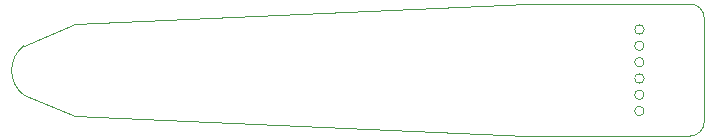
<source format=gbr>
%TF.GenerationSoftware,KiCad,Pcbnew,(6.0.9)*%
%TF.CreationDate,2023-04-02T14:22:28+02:00*%
%TF.ProjectId,Vectrex_Lightpen_Buttons_2c,56656374-7265-4785-9f4c-696768747065,rev?*%
%TF.SameCoordinates,Original*%
%TF.FileFunction,Profile,NP*%
%FSLAX46Y46*%
G04 Gerber Fmt 4.6, Leading zero omitted, Abs format (unit mm)*
G04 Created by KiCad (PCBNEW (6.0.9)) date 2023-04-02 14:22:28*
%MOMM*%
%LPD*%
G01*
G04 APERTURE LIST*
%TA.AperFunction,Profile*%
%ADD10C,0.100000*%
%TD*%
G04 APERTURE END LIST*
D10*
X94183200Y-94335600D02*
X89900000Y-96200000D01*
X146300000Y-103850000D02*
X132384800Y-103860600D01*
X147500000Y-93878400D02*
G75*
G03*
X146306200Y-92684600I-1193800J0D01*
G01*
X132511800Y-92684600D02*
X94183200Y-94335600D01*
X142400000Y-101740300D02*
G75*
G03*
X142400000Y-101740300I-400000J0D01*
G01*
X94234000Y-102184200D02*
X132384800Y-103860600D01*
X142400000Y-94840300D02*
G75*
G03*
X142400000Y-94840300I-400000J0D01*
G01*
X94234000Y-102184200D02*
X89900000Y-100400000D01*
X89900000Y-96200000D02*
G75*
G03*
X89900000Y-100400000I1575200J-2100000D01*
G01*
X142400000Y-100360300D02*
G75*
G03*
X142400000Y-100360300I-400000J0D01*
G01*
X142400000Y-96220300D02*
G75*
G03*
X142400000Y-96220300I-400000J0D01*
G01*
X142400000Y-97600300D02*
G75*
G03*
X142400000Y-97600300I-400000J0D01*
G01*
X146300000Y-103850000D02*
G75*
G03*
X147493800Y-102656200I100J1193700D01*
G01*
X142400000Y-98980300D02*
G75*
G03*
X142400000Y-98980300I-400000J0D01*
G01*
X132511800Y-92684600D02*
X146306200Y-92684600D01*
X147500000Y-93878400D02*
X147493800Y-102656200D01*
M02*

</source>
